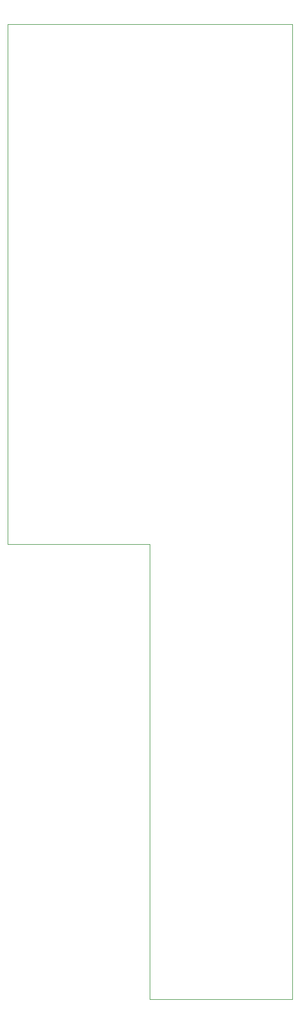
<source format=gbr>
%TF.GenerationSoftware,KiCad,Pcbnew,5.1.10-88a1d61d58~90~ubuntu20.04.1*%
%TF.CreationDate,2021-08-07T13:39:56-04:00*%
%TF.ProjectId,precadsr,70726563-6164-4737-922e-6b696361645f,rev?*%
%TF.SameCoordinates,Original*%
%TF.FileFunction,Profile,NP*%
%FSLAX46Y46*%
G04 Gerber Fmt 4.6, Leading zero omitted, Abs format (unit mm)*
G04 Created by KiCad (PCBNEW 5.1.10-88a1d61d58~90~ubuntu20.04.1) date 2021-08-07 13:39:56*
%MOMM*%
%LPD*%
G01*
G04 APERTURE LIST*
%TA.AperFunction,Profile*%
%ADD10C,0.100000*%
%TD*%
G04 APERTURE END LIST*
D10*
X38000000Y-100000000D02*
X16000000Y-100000000D01*
X38000000Y-170000000D02*
X38000000Y-100000000D01*
X60000000Y-170000000D02*
X38000000Y-170000000D01*
X16000000Y-20000000D02*
X60000000Y-20000000D01*
X60000000Y-20000000D02*
X60000000Y-170000000D01*
X16000000Y-100000000D02*
X16000000Y-20000000D01*
M02*

</source>
